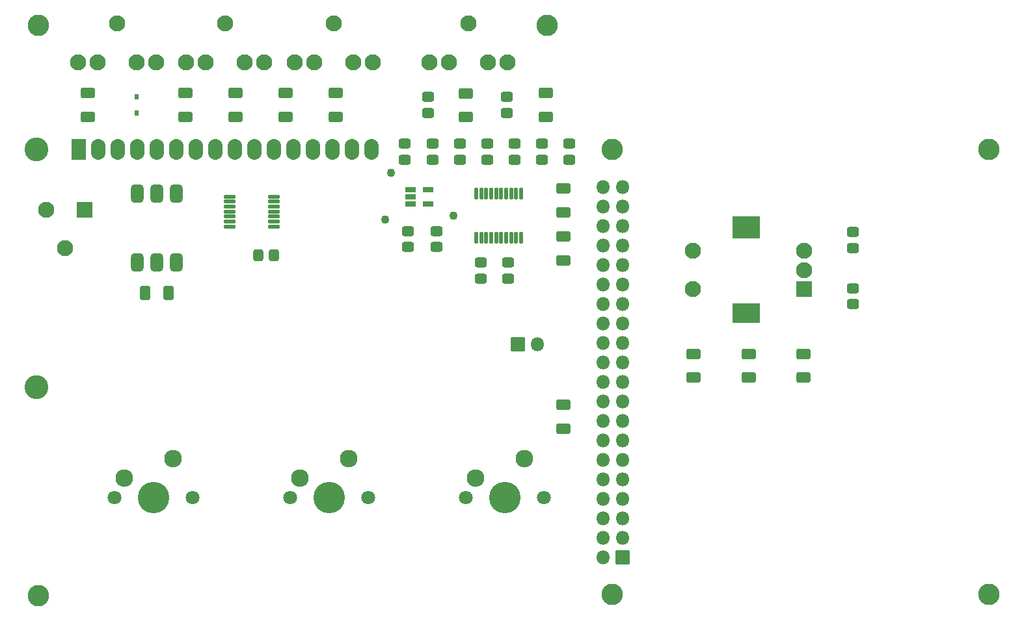
<source format=gbs>
G04 #@! TF.GenerationSoftware,KiCad,Pcbnew,6.0.11*
G04 #@! TF.CreationDate,2024-07-23T18:36:50-05:00*
G04 #@! TF.ProjectId,minidexed,6d696e69-6465-4786-9564-2e6b69636164,rev?*
G04 #@! TF.SameCoordinates,Original*
G04 #@! TF.FileFunction,Soldermask,Bot*
G04 #@! TF.FilePolarity,Negative*
%FSLAX46Y46*%
G04 Gerber Fmt 4.6, Leading zero omitted, Abs format (unit mm)*
G04 Created by KiCad (PCBNEW 6.0.11) date 2024-07-23 18:36:50*
%MOMM*%
%LPD*%
G01*
G04 APERTURE LIST*
G04 Aperture macros list*
%AMRoundRect*
0 Rectangle with rounded corners*
0 $1 Rounding radius*
0 $2 $3 $4 $5 $6 $7 $8 $9 X,Y pos of 4 corners*
0 Add a 4 corners polygon primitive as box body*
4,1,4,$2,$3,$4,$5,$6,$7,$8,$9,$2,$3,0*
0 Add four circle primitives for the rounded corners*
1,1,$1+$1,$2,$3*
1,1,$1+$1,$4,$5*
1,1,$1+$1,$6,$7*
1,1,$1+$1,$8,$9*
0 Add four rect primitives between the rounded corners*
20,1,$1+$1,$2,$3,$4,$5,0*
20,1,$1+$1,$4,$5,$6,$7,0*
20,1,$1+$1,$6,$7,$8,$9,0*
20,1,$1+$1,$8,$9,$2,$3,0*%
G04 Aperture macros list end*
%ADD10C,2.800000*%
%ADD11C,1.800000*%
%ADD12C,4.100000*%
%ADD13C,2.300000*%
%ADD14C,3.100000*%
%ADD15RoundRect,0.050000X-0.900000X-1.300000X0.900000X-1.300000X0.900000X1.300000X-0.900000X1.300000X0*%
%ADD16O,1.900000X2.700000*%
%ADD17RoundRect,0.050000X1.000000X1.000000X-1.000000X1.000000X-1.000000X-1.000000X1.000000X-1.000000X0*%
%ADD18C,2.100000*%
%ADD19RoundRect,0.050000X1.750000X1.250000X-1.750000X1.250000X-1.750000X-1.250000X1.750000X-1.250000X0*%
%ADD20RoundRect,0.050000X1.750000X1.400000X-1.750000X1.400000X-1.750000X-1.400000X1.750000X-1.400000X0*%
%ADD21RoundRect,0.050000X0.850000X0.850000X-0.850000X0.850000X-0.850000X-0.850000X0.850000X-0.850000X0*%
%ADD22O,1.800000X1.800000*%
%ADD23RoundRect,0.150000X-0.100000X0.637500X-0.100000X-0.637500X0.100000X-0.637500X0.100000X0.637500X0*%
%ADD24C,1.100000*%
%ADD25RoundRect,0.300000X0.337500X0.475000X-0.337500X0.475000X-0.337500X-0.475000X0.337500X-0.475000X0*%
%ADD26RoundRect,0.300000X0.475000X-0.337500X0.475000X0.337500X-0.475000X0.337500X-0.475000X-0.337500X0*%
%ADD27RoundRect,0.300000X0.625000X-0.400000X0.625000X0.400000X-0.625000X0.400000X-0.625000X-0.400000X0*%
%ADD28RoundRect,0.300000X-0.625000X0.400000X-0.625000X-0.400000X0.625000X-0.400000X0.625000X0.400000X0*%
%ADD29RoundRect,0.300000X-0.475000X0.337500X-0.475000X-0.337500X0.475000X-0.337500X0.475000X0.337500X0*%
%ADD30RoundRect,0.300000X-0.400000X-0.625000X0.400000X-0.625000X0.400000X0.625000X-0.400000X0.625000X0*%
%ADD31RoundRect,0.050000X-0.850000X0.850000X-0.850000X-0.850000X0.850000X-0.850000X0.850000X0.850000X0*%
%ADD32RoundRect,0.200000X-0.512500X-0.150000X0.512500X-0.150000X0.512500X0.150000X-0.512500X0.150000X0*%
%ADD33RoundRect,0.431000X-0.381000X0.762000X-0.381000X-0.762000X0.381000X-0.762000X0.381000X0.762000X0*%
%ADD34RoundRect,0.050000X0.225000X-0.300000X0.225000X0.300000X-0.225000X0.300000X-0.225000X-0.300000X0*%
%ADD35RoundRect,0.150000X-0.637500X-0.100000X0.637500X-0.100000X0.637500X0.100000X-0.637500X0.100000X0*%
G04 APERTURE END LIST*
D10*
X164100000Y-62700000D03*
D11*
X107820000Y-124200000D03*
D12*
X112900000Y-124200000D03*
D11*
X117980000Y-124200000D03*
D13*
X115440000Y-119120000D03*
X109090000Y-121660000D03*
D14*
X97628900Y-109877200D03*
X97628900Y-78876500D03*
D15*
X103128000Y-78876500D03*
D16*
X105668000Y-78876500D03*
X108208000Y-78876500D03*
X110748000Y-78876500D03*
X113288000Y-78876500D03*
X115828000Y-78876500D03*
X118368000Y-78876500D03*
X120908000Y-78876500D03*
X123448000Y-78876500D03*
X125988000Y-78876500D03*
X128528000Y-78876500D03*
X131068000Y-78876500D03*
X133608000Y-78876500D03*
X136148000Y-78876500D03*
X138688000Y-78876500D03*
X141228000Y-78876500D03*
D17*
X197550000Y-97100000D03*
D18*
X197550000Y-92100000D03*
X197550000Y-94600000D03*
D19*
X190050000Y-100200000D03*
D20*
X190050000Y-89000000D03*
D18*
X183050000Y-92100000D03*
X183050000Y-97100000D03*
D11*
X130670000Y-124200000D03*
X140830000Y-124200000D03*
D12*
X135750000Y-124200000D03*
D13*
X138290000Y-119120000D03*
X131940000Y-121660000D03*
D10*
X97900000Y-137000000D03*
D11*
X153520000Y-124200000D03*
D12*
X158600000Y-124200000D03*
D11*
X163680000Y-124200000D03*
D13*
X161140000Y-119120000D03*
X154790000Y-121660000D03*
D10*
X172618400Y-136892400D03*
X221618400Y-78892400D03*
X172618400Y-78892400D03*
X221618400Y-136892400D03*
D21*
X173918400Y-132042400D03*
D22*
X171378400Y-132042400D03*
X173918400Y-129502400D03*
X171378400Y-129502400D03*
X173918400Y-126962400D03*
X171378400Y-126962400D03*
X173918400Y-124422400D03*
X171378400Y-124422400D03*
X173918400Y-121882400D03*
X171378400Y-121882400D03*
X173918400Y-119342400D03*
X171378400Y-119342400D03*
X173918400Y-116802400D03*
X171378400Y-116802400D03*
X173918400Y-114262400D03*
X171378400Y-114262400D03*
X173918400Y-111722400D03*
X171378400Y-111722400D03*
X173918400Y-109182400D03*
X171378400Y-109182400D03*
X173918400Y-106642400D03*
X171378400Y-106642400D03*
X173918400Y-104102400D03*
X171378400Y-104102400D03*
X173918400Y-101562400D03*
X171378400Y-101562400D03*
X173918400Y-99022400D03*
X171378400Y-99022400D03*
X173918400Y-96482400D03*
X171378400Y-96482400D03*
X173918400Y-93942400D03*
X171378400Y-93942400D03*
X173918400Y-91402400D03*
X171378400Y-91402400D03*
X173918400Y-88862400D03*
X171378400Y-88862400D03*
X173918400Y-86322400D03*
X171378400Y-86322400D03*
X173918400Y-83782400D03*
X171378400Y-83782400D03*
D10*
X97900000Y-62700000D03*
D23*
X154875000Y-84637500D03*
X155525000Y-84637500D03*
X156175000Y-84637500D03*
X156825000Y-84637500D03*
X157475000Y-84637500D03*
X158125000Y-84637500D03*
X158775000Y-84637500D03*
X159425000Y-84637500D03*
X160075000Y-84637500D03*
X160725000Y-84637500D03*
X160725000Y-90362500D03*
X160075000Y-90362500D03*
X159425000Y-90362500D03*
X158775000Y-90362500D03*
X158125000Y-90362500D03*
X157475000Y-90362500D03*
X156825000Y-90362500D03*
X156175000Y-90362500D03*
X155525000Y-90362500D03*
X154875000Y-90362500D03*
D24*
X143000000Y-88000000D03*
D25*
X128587500Y-92700000D03*
X126512500Y-92700000D03*
D26*
X163433330Y-80200000D03*
X163433330Y-78125000D03*
D27*
X183200000Y-108600000D03*
X183200000Y-105500000D03*
D28*
X104375200Y-71500000D03*
X104375200Y-74600000D03*
D29*
X148600000Y-72025000D03*
X148600000Y-74100000D03*
X203900000Y-96962500D03*
X203900000Y-99037500D03*
D26*
X203900000Y-91700000D03*
X203900000Y-89625000D03*
X167000000Y-80200000D03*
X167000000Y-78125000D03*
D27*
X166200000Y-93300000D03*
X166200000Y-90200000D03*
D30*
X111750000Y-97600000D03*
X114850000Y-97600000D03*
D28*
X130087040Y-71500000D03*
X130087040Y-74600000D03*
D24*
X143800000Y-81900000D03*
D27*
X197500000Y-108600000D03*
X197500000Y-105500000D03*
D28*
X166200000Y-112150000D03*
X166200000Y-115250000D03*
D27*
X190350000Y-108600000D03*
X190350000Y-105500000D03*
D18*
X122205000Y-62404000D03*
X117125000Y-67484000D03*
X119665000Y-67484000D03*
X124745000Y-67484000D03*
X127285000Y-67484000D03*
D29*
X146000000Y-89500000D03*
X146000000Y-91575000D03*
D17*
X103900000Y-86760000D03*
D18*
X101400000Y-91760000D03*
X98900000Y-86760000D03*
D27*
X153500000Y-74650000D03*
X153500000Y-71550000D03*
D28*
X136600000Y-71500000D03*
X136600000Y-74600000D03*
D31*
X160325000Y-104300000D03*
D22*
X162865000Y-104300000D03*
D29*
X159020000Y-93600000D03*
X159020000Y-95675000D03*
D32*
X146300000Y-86000000D03*
X146300000Y-85050000D03*
X146300000Y-84100000D03*
X148575000Y-84100000D03*
X148575000Y-86000000D03*
D29*
X149700000Y-89500000D03*
X149700000Y-91575000D03*
D33*
X110760000Y-84600000D03*
X113300000Y-84600000D03*
X115840000Y-84600000D03*
X115840000Y-93600000D03*
X113300000Y-93600000D03*
X110760000Y-93600000D03*
D34*
X110718160Y-74100000D03*
X110718160Y-72000000D03*
D26*
X145600000Y-80200000D03*
X145600000Y-78125000D03*
D18*
X136302000Y-62404000D03*
X131222000Y-67484000D03*
X133762000Y-67484000D03*
X138842000Y-67484000D03*
X141382000Y-67484000D03*
D35*
X122800000Y-88900000D03*
X122800000Y-88250000D03*
X122800000Y-87600000D03*
X122800000Y-86950000D03*
X122800000Y-86300000D03*
X122800000Y-85650000D03*
X122800000Y-85000000D03*
X128525000Y-85000000D03*
X128525000Y-85650000D03*
X128525000Y-86300000D03*
X128525000Y-86950000D03*
X128525000Y-87600000D03*
X128525000Y-88250000D03*
X128525000Y-88900000D03*
D26*
X152733332Y-80200000D03*
X152733332Y-78125000D03*
D18*
X108108000Y-62404000D03*
X103028000Y-67484000D03*
X105568000Y-67484000D03*
X110648000Y-67484000D03*
X113188000Y-67484000D03*
D27*
X166200000Y-87050000D03*
X166200000Y-83950000D03*
D24*
X151900000Y-87500000D03*
D29*
X158886666Y-72012500D03*
X158886666Y-74087500D03*
D28*
X123574080Y-71500000D03*
X123574080Y-74600000D03*
D26*
X156299998Y-80200000D03*
X156299998Y-78125000D03*
X159866664Y-80200000D03*
X159866664Y-78125000D03*
D28*
X117061120Y-71500000D03*
X117061120Y-74600000D03*
D27*
X163900000Y-74600000D03*
X163900000Y-71500000D03*
D18*
X153905000Y-62420000D03*
X148825000Y-67500000D03*
X151365000Y-67500000D03*
X156445000Y-67500000D03*
X158985000Y-67500000D03*
D26*
X149166666Y-80200000D03*
X149166666Y-78125000D03*
D29*
X155500000Y-93600000D03*
X155500000Y-95675000D03*
M02*

</source>
